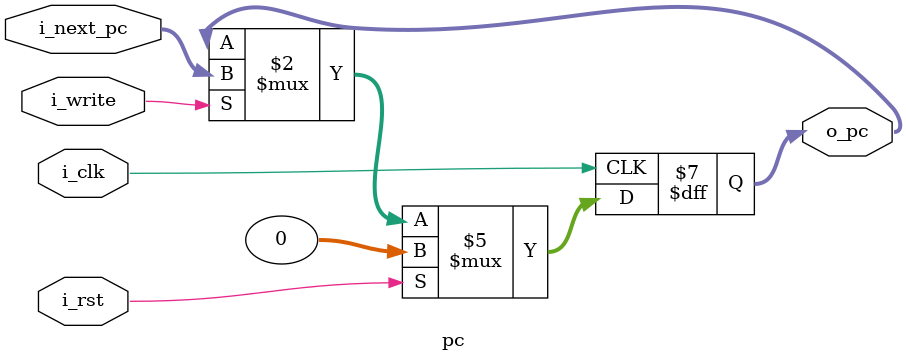
<source format=v>
`default_nettype none
module pc #(
    parameter RESET_ADDR = 32'h00000000
)(
    input  wire        i_clk,
    input  wire        i_rst,       // synchronous active-high reset (per dff.v)
    input  wire        i_write,
    input  wire [31:0] i_next_pc,
    output reg  [31:0] o_pc
);
    always @(posedge i_clk) begin
        if (i_rst) begin
            o_pc <= RESET_ADDR;
        end else if (i_write) begin
            o_pc <= i_next_pc;
        end
    end
endmodule
`default_nettype wire
</source>
